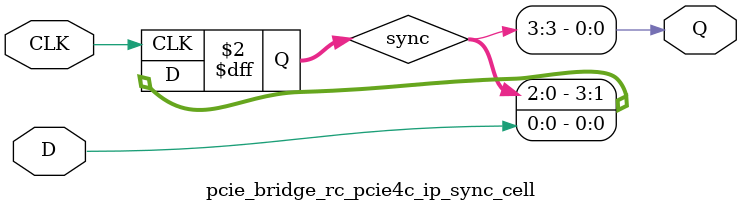
<source format=v>

`timescale 1ps / 1ps

(* DowngradeIPIdentifiedWarnings = "yes" *)
module pcie_bridge_rc_pcie4c_ip_sync_cell #
(
    parameter integer STAGE = 3
)
(
    //-------------------------------------------------------------------------- 
    //  Input Ports
    //-------------------------------------------------------------------------- 
    input                               CLK,
    input                               D,
    
    //-------------------------------------------------------------------------- 
    //  Output Ports
    //-------------------------------------------------------------------------- 
    output                              Q
);
    //-------------------------------------------------------------------------- 
    //  Synchronized Signals
    //--------------------------------------------------------------------------  
    (* ASYNC_REG = "TRUE", SHIFT_EXTRACT = "NO" *) reg [STAGE:0] sync;                                                            



//--------------------------------------------------------------------------------------------------
//  Synchronizier
//--------------------------------------------------------------------------------------------------
always @ (posedge CLK)
begin

    sync <= {sync[(STAGE-1):0], D};
            
end   



//--------------------------------------------------------------------------------------------------
//  Generate Output
//--------------------------------------------------------------------------------------------------
assign Q = sync[STAGE];



endmodule

</source>
